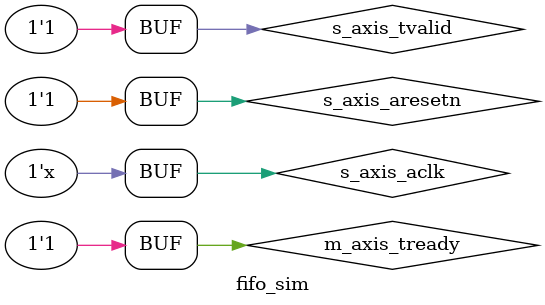
<source format=v>
`timescale 1ns / 1ps


module fifo_sim();

reg s_axis_aresetn;
reg s_axis_aclk;

reg s_axis_tvalid, s_axis_tlast;
reg [63:0] s_axis_tdata;

wire s_axis_tready, m_axis_tvalid, m_axis_tlast;
reg m_axis_tready;
wire [63:0] m_axis_tdata;

initial begin

s_axis_aresetn = 1'b0;
s_axis_aclk = 1'b0;

s_axis_tvalid = 1'b0;
s_axis_tlast = 1'b0;
s_axis_tdata = 'd0;

m_axis_tready = 1'b0;

#90
s_axis_aresetn = 1'b1;

#20
s_axis_tvalid = 1'b1;
m_axis_tready = 1'b1;


end


always #10 s_axis_aclk = ~s_axis_aclk;

always @(posedge s_axis_aclk) begin

    if (s_axis_tvalid) begin
        s_axis_tdata = s_axis_tdata + 'd1;
        
    end
    
    if (s_axis_tdata % 'd1024 == 0 && s_axis_tdata != 'd0)
        s_axis_tlast = 1'b1;
    else
        s_axis_tlast = 1'b0;
    
end

axis_data_fifo_0 fifo (
  .s_axis_aresetn(s_axis_aresetn),  // input wire s_axis_aresetn
  .s_axis_aclk(s_axis_aclk),        // input wire s_axis_aclk
  .s_axis_tvalid(s_axis_tvalid),    // input wire s_axis_tvalid
  .s_axis_tready(s_axis_tready),    // output wire s_axis_tready
  .s_axis_tdata(s_axis_tdata),      // input wire [63 : 0] s_axis_tdata
  .s_axis_tlast(s_axis_tlast),      // input wire s_axis_tlast
  .m_axis_tvalid(m_axis_tvalid),    // output wire m_axis_tvalid
  .m_axis_tready(m_axis_tready),    // input wire m_axis_tready
  .m_axis_tdata(m_axis_tdata),      // output wire [63 : 0] m_axis_tdata
  .m_axis_tlast(m_axis_tlast)      // output wire m_axis_tlast
);
endmodule

</source>
